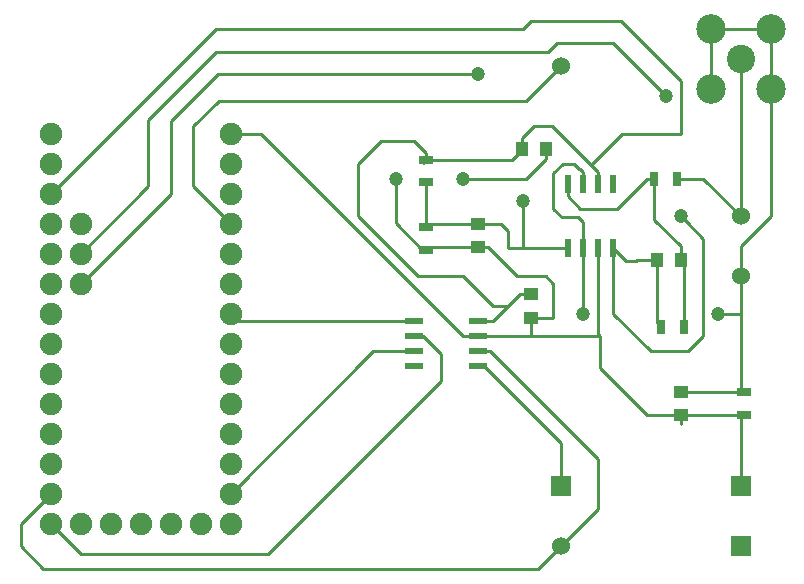
<source format=gbr>
G04 #@! TF.GenerationSoftware,KiCad,Pcbnew,(2017-06-08 revision 33e0758)-master*
G04 #@! TF.CreationDate,2017-06-14T10:18:04-04:00*
G04 #@! TF.ProjectId,attempt-2,617474656D70742D322E6B696361645F,rev?*
G04 #@! TF.FileFunction,Copper,L1,Top,Signal*
G04 #@! TF.FilePolarity,Positive*
%FSLAX46Y46*%
G04 Gerber Fmt 4.6, Leading zero omitted, Abs format (unit mm)*
G04 Created by KiCad (PCBNEW (2017-06-08 revision 33e0758)-master) date Wednesday, June 14, 2017 'AMt' 10:18:04 AM*
%MOMM*%
%LPD*%
G01*
G04 APERTURE LIST*
%ADD10C,0.100000*%
%ADD11C,1.524000*%
%ADD12R,1.250000X1.000000*%
%ADD13R,1.000000X1.250000*%
%ADD14C,2.400000*%
%ADD15C,2.500000*%
%ADD16R,1.700000X1.700000*%
%ADD17R,1.300000X0.700000*%
%ADD18R,0.700000X1.300000*%
%ADD19C,1.900000*%
%ADD20R,0.600000X1.550000*%
%ADD21R,1.550000X0.600000*%
%ADD22C,1.200000*%
%ADD23C,0.250000*%
G04 APERTURE END LIST*
D10*
D11*
X247650000Y-78740000D03*
X232410000Y-78740000D03*
X232410000Y-73660000D03*
X247650000Y-73660000D03*
X247650000Y-55860000D03*
X247650000Y-50780000D03*
X232410000Y-38080000D03*
D12*
X225425000Y-53435000D03*
X225425000Y-51435000D03*
D13*
X242575776Y-54481318D03*
X240575776Y-54481318D03*
D12*
X229870000Y-57420000D03*
X229870000Y-59420000D03*
X242570000Y-65675000D03*
X242570000Y-67675000D03*
D13*
X231140000Y-45085000D03*
X229140000Y-45085000D03*
D14*
X247650000Y-37465000D03*
D15*
X245110000Y-34925000D03*
X250190000Y-34925000D03*
X250190000Y-40005000D03*
X245110000Y-40005000D03*
D16*
X232410000Y-73660000D03*
X247650000Y-73660000D03*
X247650000Y-78740000D03*
D17*
X247965000Y-67625000D03*
X247965000Y-65725000D03*
X220980000Y-47940000D03*
X220980000Y-46040000D03*
X220980000Y-51755000D03*
X220980000Y-53655000D03*
D18*
X242845776Y-60196318D03*
X240945776Y-60196318D03*
X242250000Y-47625000D03*
X240350000Y-47625000D03*
D19*
X191770000Y-51435000D03*
X191770000Y-53975000D03*
X191770000Y-56515000D03*
X201930000Y-76835000D03*
X199390000Y-76835000D03*
X196850000Y-76835000D03*
X191770000Y-76835000D03*
X194310000Y-76835000D03*
X204470000Y-46355000D03*
X204470000Y-48895000D03*
X204470000Y-51435000D03*
X204470000Y-53975000D03*
X204470000Y-56515000D03*
X204470000Y-59055000D03*
X204470000Y-61595000D03*
X204470000Y-64135000D03*
X204470000Y-66675000D03*
X204470000Y-69215000D03*
X204470000Y-71755000D03*
X204470000Y-74295000D03*
X204470000Y-76835000D03*
X189230000Y-76835000D03*
X189230000Y-74295000D03*
X189230000Y-71755000D03*
X189230000Y-69215000D03*
X189230000Y-66675000D03*
X189230000Y-64135000D03*
X189230000Y-61595000D03*
X189230000Y-59055000D03*
X189230000Y-56515000D03*
X189230000Y-53975000D03*
X189230000Y-51435000D03*
X189230000Y-48895000D03*
X189230000Y-46355000D03*
X189230000Y-43815000D03*
X204470000Y-43815000D03*
D20*
X233045000Y-48100000D03*
X234315000Y-48100000D03*
X235585000Y-48100000D03*
X236855000Y-48100000D03*
X236855000Y-53500000D03*
X235585000Y-53500000D03*
X234315000Y-53500000D03*
X233045000Y-53500000D03*
D21*
X220025000Y-59690000D03*
X220025000Y-60960000D03*
X220025000Y-62230000D03*
X220025000Y-63500000D03*
X225425000Y-63500000D03*
X225425000Y-62230000D03*
X225425000Y-60960000D03*
X225425000Y-59690000D03*
D22*
X224155000Y-47625000D03*
X218440000Y-47625000D03*
X229235000Y-49530000D03*
X225425000Y-38735000D03*
X242570000Y-50800000D03*
X241300000Y-40640000D03*
X245745000Y-59055000D03*
X234315000Y-59055000D03*
D23*
X204470000Y-43815000D02*
X207010000Y-43815000D01*
X207010000Y-43815000D02*
X224155000Y-60960000D01*
X224155000Y-60960000D02*
X225425000Y-60960000D01*
X224155000Y-47625000D02*
X229475000Y-47625000D01*
X229475000Y-47625000D02*
X231140000Y-45960000D01*
X231140000Y-45960000D02*
X231140000Y-45085000D01*
X225425000Y-53435000D02*
X226300000Y-53435000D01*
X231775000Y-59420000D02*
X229870000Y-59420000D01*
X226300000Y-53435000D02*
X228745000Y-55880000D01*
X228745000Y-55880000D02*
X231140000Y-55880000D01*
X231140000Y-55880000D02*
X231775000Y-56515000D01*
X231775000Y-56515000D02*
X231775000Y-59420000D01*
X231140000Y-44960000D02*
X231140000Y-45085000D01*
X242570000Y-67675000D02*
X239760000Y-67675000D01*
X239760000Y-67675000D02*
X235730000Y-63645000D01*
X235730000Y-63645000D02*
X235730000Y-60960000D01*
X229870000Y-60960000D02*
X235730000Y-60960000D01*
X225425000Y-60960000D02*
X229870000Y-60960000D01*
X229870000Y-60960000D02*
X229870000Y-59420000D01*
X235730000Y-60960000D02*
X235585000Y-60815000D01*
X220980000Y-53655000D02*
X220680000Y-53655000D01*
X220680000Y-53655000D02*
X218440000Y-51415000D01*
X218440000Y-51415000D02*
X218440000Y-47625000D01*
X225425000Y-53435000D02*
X221200000Y-53435000D01*
X221200000Y-53435000D02*
X220980000Y-53655000D01*
X235585000Y-60815000D02*
X235585000Y-54525000D01*
X235585000Y-54525000D02*
X235585000Y-53500000D01*
X242570000Y-67675000D02*
X247915000Y-67675000D01*
X247915000Y-67675000D02*
X247965000Y-67625000D01*
X242570000Y-67675000D02*
X242570000Y-68425000D01*
X247650000Y-73660000D02*
X247650000Y-67940000D01*
X247650000Y-67940000D02*
X247965000Y-67625000D01*
X229235000Y-53500000D02*
X227965000Y-53500000D01*
X227965000Y-52070000D02*
X227330000Y-51435000D01*
X227965000Y-53500000D02*
X227965000Y-52070000D01*
X227330000Y-51435000D02*
X225425000Y-51435000D01*
X233045000Y-53500000D02*
X229235000Y-53500000D01*
X229235000Y-49530000D02*
X229235000Y-53500000D01*
X203409326Y-38735000D02*
X225425000Y-38735000D01*
X199390000Y-48895000D02*
X199390000Y-42754326D01*
X199390000Y-42754326D02*
X203409326Y-38735000D01*
X191770000Y-56515000D02*
X199390000Y-48895000D01*
X220980000Y-51755000D02*
X220980000Y-47940000D01*
X225425000Y-51435000D02*
X221300000Y-51435000D01*
X221300000Y-51435000D02*
X220980000Y-51755000D01*
X242575776Y-54481318D02*
X242575776Y-53345776D01*
X240350000Y-51120000D02*
X240350000Y-47625000D01*
X242575776Y-53345776D02*
X240350000Y-51120000D01*
X240350000Y-47925000D02*
X240350000Y-47625000D01*
X237210000Y-50165000D02*
X234085000Y-50165000D01*
X234085000Y-50165000D02*
X233045000Y-49125000D01*
X233045000Y-49125000D02*
X233045000Y-48100000D01*
X239750000Y-47625000D02*
X237210000Y-50165000D01*
X240350000Y-47625000D02*
X239750000Y-47625000D01*
X242845776Y-60196318D02*
X242845776Y-54751318D01*
X242845776Y-54751318D02*
X242575776Y-54481318D01*
X240575776Y-54481318D02*
X238888682Y-54481318D01*
X240575776Y-54481318D02*
X240575776Y-59826318D01*
X238888682Y-54481318D02*
X238760000Y-54610000D01*
X238760000Y-54610000D02*
X237965000Y-54610000D01*
X237965000Y-54610000D02*
X236855000Y-53500000D01*
X243169999Y-51399999D02*
X242570000Y-50800000D01*
X240030000Y-62230000D02*
X243205000Y-62230000D01*
X243205000Y-62230000D02*
X244475000Y-60960000D01*
X236855000Y-59055000D02*
X240030000Y-62230000D01*
X244475000Y-52705000D02*
X243169999Y-51399999D01*
X236855000Y-53500000D02*
X236855000Y-59055000D01*
X244475000Y-60960000D02*
X244475000Y-52705000D01*
X232111265Y-36142989D02*
X236802989Y-36142989D01*
X236802989Y-36142989D02*
X241300000Y-40640000D01*
X231379223Y-36875031D02*
X232111265Y-36142989D01*
X197454979Y-48290021D02*
X197454980Y-42641512D01*
X197454980Y-42641512D02*
X203221461Y-36875031D01*
X203221461Y-36875031D02*
X231379223Y-36875031D01*
X191770000Y-53975000D02*
X197454979Y-48290021D01*
X240575776Y-59826318D02*
X240945776Y-60196318D01*
X232444999Y-43934999D02*
X234950000Y-46440000D01*
X234950000Y-46440000D02*
X235585000Y-47075000D01*
X189230000Y-48895000D02*
X203200000Y-34925000D01*
X203200000Y-34925000D02*
X229235000Y-34925000D01*
X237490000Y-34290000D02*
X242570000Y-39370000D01*
X242570000Y-43815000D02*
X237575000Y-43815000D01*
X229235000Y-34925000D02*
X229870000Y-34290000D01*
X229870000Y-34290000D02*
X237490000Y-34290000D01*
X242570000Y-39370000D02*
X242570000Y-43815000D01*
X237575000Y-43815000D02*
X234950000Y-46440000D01*
X227965000Y-58420000D02*
X226695000Y-58420000D01*
X226695000Y-58420000D02*
X224155000Y-55880000D01*
X224155000Y-55880000D02*
X220345000Y-55880000D01*
X220345000Y-55880000D02*
X215265000Y-50800000D01*
X217170000Y-44450000D02*
X219990000Y-44450000D01*
X215265000Y-50800000D02*
X215265000Y-46355000D01*
X220980000Y-45440000D02*
X220980000Y-46040000D01*
X215265000Y-46355000D02*
X217170000Y-44450000D01*
X219990000Y-44450000D02*
X220980000Y-45440000D01*
X229140000Y-45085000D02*
X229140000Y-44210000D01*
X229140000Y-44210000D02*
X230170000Y-43180000D01*
X230170000Y-43180000D02*
X231690000Y-43180000D01*
X231690000Y-43180000D02*
X232444999Y-43934999D01*
X227965000Y-58420000D02*
X228965000Y-57420000D01*
X226695000Y-59690000D02*
X227965000Y-58420000D01*
X225425000Y-59690000D02*
X226695000Y-59690000D01*
X228965000Y-57420000D02*
X229870000Y-57420000D01*
X235585000Y-47075000D02*
X235585000Y-48100000D01*
X225425000Y-59690000D02*
X224950000Y-59690000D01*
X220755009Y-46264991D02*
X220980000Y-46040000D01*
X220980000Y-46040000D02*
X228310000Y-46040000D01*
X228310000Y-46040000D02*
X229140000Y-45210000D01*
X229140000Y-45210000D02*
X229140000Y-45085000D01*
X234315000Y-53500000D02*
X234315000Y-51314252D01*
X234315000Y-51314252D02*
X233915758Y-50915010D01*
X233915758Y-50915010D02*
X232525010Y-50915010D01*
X232525010Y-50915010D02*
X231775000Y-50165000D01*
X233945001Y-46799999D02*
X234039999Y-46799999D01*
X234039999Y-46799999D02*
X234315000Y-47075000D01*
X234315000Y-47075000D02*
X234315000Y-48100000D01*
X231775000Y-50165000D02*
X231775000Y-47169998D01*
X231775000Y-47169998D02*
X232589998Y-46355000D01*
X232589998Y-46355000D02*
X233500002Y-46355000D01*
X233500002Y-46355000D02*
X233945001Y-46799999D01*
X247650000Y-58420000D02*
X247650000Y-59055000D01*
X247650000Y-65310000D02*
X247650000Y-58420000D01*
X247650000Y-58420000D02*
X247650000Y-54610000D01*
X247650000Y-55860000D02*
X247650000Y-56937630D01*
X247650000Y-56937630D02*
X247650000Y-58420000D01*
X245745000Y-59055000D02*
X247650000Y-59055000D01*
X234315000Y-53500000D02*
X234315000Y-59055000D01*
X234315000Y-53500000D02*
X234315000Y-52475000D01*
X250190000Y-34925000D02*
X250190000Y-40005000D01*
X247650000Y-54610000D02*
X247650000Y-53340000D01*
X247650000Y-54610000D02*
X247650000Y-55860000D01*
X245110000Y-40005000D02*
X245110000Y-34925000D01*
X250190000Y-34925000D02*
X245110000Y-34925000D01*
X247650000Y-53340000D02*
X250190000Y-50800000D01*
X250190000Y-50800000D02*
X250190000Y-40005000D01*
X248015000Y-65675000D02*
X247650000Y-65310000D01*
X242570000Y-65675000D02*
X248015000Y-65675000D01*
X242250000Y-47625000D02*
X244495000Y-47625000D01*
X244495000Y-47625000D02*
X247650000Y-50780000D01*
X247650000Y-37465000D02*
X247650000Y-50780000D01*
X225425000Y-63500000D02*
X225900000Y-63500000D01*
X232410000Y-72560000D02*
X232410000Y-73660000D01*
X225900000Y-63500000D02*
X232410000Y-70010000D01*
X232410000Y-70010000D02*
X232410000Y-72560000D01*
X204470000Y-51435000D02*
X201295000Y-48260000D01*
X201295000Y-43180000D02*
X203444957Y-41030043D01*
X231648001Y-38841999D02*
X232410000Y-38080000D01*
X201295000Y-48260000D02*
X201295000Y-43180000D01*
X203444957Y-41030043D02*
X229459957Y-41030043D01*
X229459957Y-41030043D02*
X231648001Y-38841999D01*
X204470000Y-59055000D02*
X205105000Y-59690000D01*
X205105000Y-59690000D02*
X219710000Y-59690000D01*
X219710000Y-59690000D02*
X220025000Y-59690000D01*
X204470000Y-74295000D02*
X216535000Y-62230000D01*
X216535000Y-62230000D02*
X220025000Y-62230000D01*
X220025000Y-60960000D02*
X220775002Y-60960000D01*
X220775002Y-60960000D02*
X222250000Y-62434998D01*
X222250000Y-62434998D02*
X222250000Y-64770000D01*
X222250000Y-64770000D02*
X207645000Y-79375000D01*
X207645000Y-79375000D02*
X191770000Y-79375000D01*
X191770000Y-79375000D02*
X190179999Y-77784999D01*
X190179999Y-77784999D02*
X189230000Y-76835000D01*
X225425000Y-62230000D02*
X226450000Y-62230000D01*
X226450000Y-62230000D02*
X235585000Y-71365000D01*
X235585000Y-71365000D02*
X235585000Y-75565000D01*
X235585000Y-75565000D02*
X232410000Y-78740000D01*
X189230000Y-74295000D02*
X186690000Y-76835000D01*
X186690000Y-76835000D02*
X186690000Y-78740000D01*
X186690000Y-78740000D02*
X188595000Y-80645000D01*
X188595000Y-80645000D02*
X230505000Y-80645000D01*
X230505000Y-80645000D02*
X232410000Y-78740000D01*
M02*

</source>
